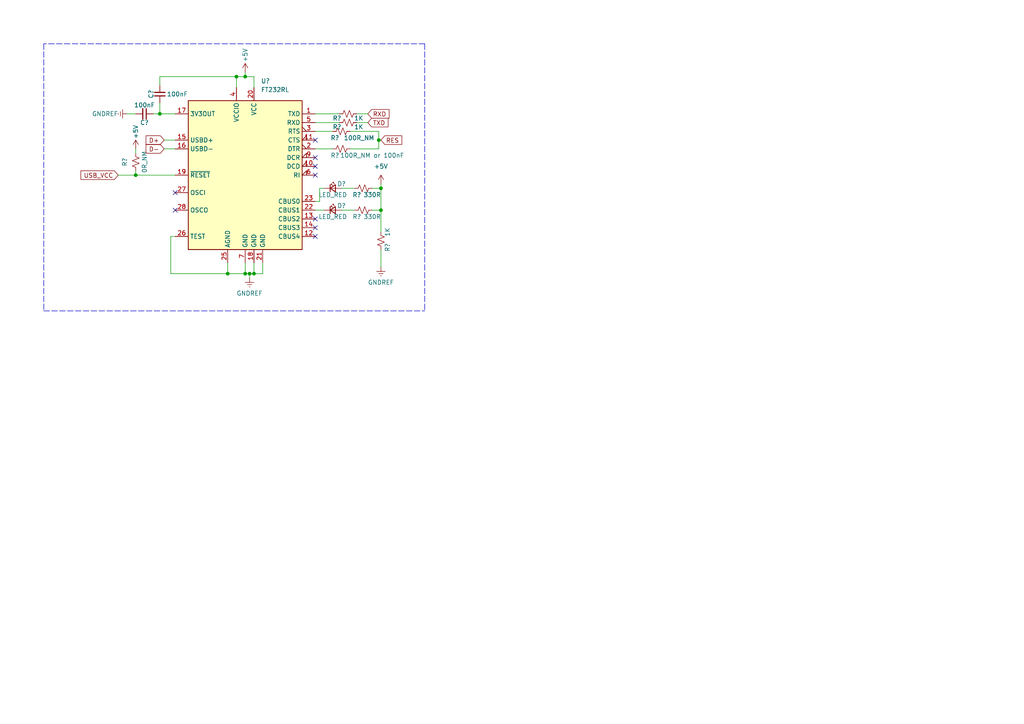
<source format=kicad_sch>
(kicad_sch (version 20211123) (generator eeschema)
  (paper "A4")
  (lib_symbols
    (symbol "Device:C_Small" (pin_numbers hide) (pin_names (offset 0.254) hide)
      (property "Reference" "C" (at 0.254 1.778 0))
      (property "Value" "C_Small" (at 0.254 -2.032 0))
      (symbol "C_Small_0_1"
        (polyline (pts (xy -1.524 -0.508) (xy 1.524 -0.508)) (stroke (width 0.3302)))
        (polyline (pts (xy -1.524 0.508) (xy 1.524 0.508)) (stroke (width 0.3048)))
      )
      (symbol "C_Small_1_1"
        (pin passive line (at 0 2.54 270) (length 2.032) (name "~") (number "1"))
        (pin passive line (at 0 -2.54 90) (length 2.032) (name "~") (number "2"))
      )
    )
    (symbol "Device:LED_Small" (pin_numbers hide) (pin_names (offset 0.254) hide)
      (property "Reference" "D" (at -1.27 3.175 0))
      (property "Value" "LED_Small" (at -4.445 -2.54 0))
      (symbol "LED_Small_0_1"
        (polyline (pts (xy -0.762 -1.016) (xy -0.762 1.016)) (stroke (width 0.254)))
        (polyline (pts (xy 1.016 0) (xy -0.762 0)))
        (polyline (pts (xy 0.762 -1.016) (xy -0.762 0) (xy 0.762 1.016) (xy 0.762 -1.016)) (stroke (width 0.254)))
        (polyline (pts (xy 0 0.762) (xy -0.508 1.27) (xy -0.254 1.27) (xy -0.508 1.27) (xy -0.508 1.016)))
        (polyline (pts (xy 0.508 1.27) (xy 0 1.778) (xy 0.254 1.778) (xy 0 1.778) (xy 0 1.524)))
      )
      (symbol "LED_Small_1_1"
        (pin passive line (at -2.54 0 0) (length 1.778) (name "K") (number "1"))
        (pin passive line (at 2.54 0 180) (length 1.778) (name "A") (number "2"))
      )
    )
    (symbol "Device:R_Small_US" (pin_numbers hide) (pin_names (offset 0.254) hide)
      (property "Reference" "R" (at 0.762 0.508 0))
      (property "Value" "R_Small_US" (at 0.762 -1.016 0))
      (symbol "R_Small_US_1_1"
        (polyline (pts (xy 0 0) (xy 1.016 -0.381) (xy 0 -0.762) (xy -1.016 -1.143) (xy 0 -1.524)))
        (polyline (pts (xy 0 1.524) (xy 1.016 1.143) (xy 0 0.762) (xy -1.016 0.381) (xy 0 0)))
        (pin passive line (at 0 2.54 270) (length 1.016) (name "~") (number "1"))
        (pin passive line (at 0 -2.54 90) (length 1.016) (name "~") (number "2"))
      )
    )
    (symbol "Interface_USB:FT232RL"
      (property "Reference" "U" (at -16.51 22.86 0))
      (property "Value" "FT232RL" (at 10.16 22.86 0))
      (symbol "FT232RL_0_1"
        (rectangle (start -16.51 21.59) (end 16.51 -21.59) (stroke (width 0.254)) (fill (type background)))
      )
      (symbol "FT232RL_1_1"
        (pin output line (at 20.32 17.78 180) (length 3.81) (name "TXD") (number "1"))
        (pin input input_low (at 20.32 2.54 180) (length 3.81) (name "DCD") (number "10"))
        (pin input input_low (at 20.32 10.16 180) (length 3.81) (name "CTS") (number "11"))
        (pin bidirectional line (at 20.32 -17.78 180) (length 3.81) (name "CBUS4") (number "12"))
        (pin bidirectional line (at 20.32 -12.7 180) (length 3.81) (name "CBUS2") (number "13"))
        (pin bidirectional line (at 20.32 -15.24 180) (length 3.81) (name "CBUS3") (number "14"))
        (pin bidirectional line (at -20.32 10.16 0) (length 3.81) (name "USBD+") (number "15"))
        (pin bidirectional line (at -20.32 7.62 0) (length 3.81) (name "USBD-") (number "16"))
        (pin power_out line (at -20.32 17.78 0) (length 3.81) (name "3V3OUT") (number "17"))
        (pin power_in line (at 2.54 -25.4 90) (length 3.81) (name "GND") (number "18"))
        (pin input line (at -20.32 0 0) (length 3.81) (name "~{RESET}") (number "19"))
        (pin output output_low (at 20.32 7.62 180) (length 3.81) (name "DTR") (number "2"))
        (pin power_in line (at 2.54 25.4 270) (length 3.81) (name "VCC") (number "20"))
        (pin power_in line (at 5.08 -25.4 90) (length 3.81) (name "GND") (number "21"))
        (pin bidirectional line (at 20.32 -10.16 180) (length 3.81) (name "CBUS1") (number "22"))
        (pin bidirectional line (at 20.32 -7.62 180) (length 3.81) (name "CBUS0") (number "23"))
        (pin power_in line (at -5.08 -25.4 90) (length 3.81) (name "AGND") (number "25"))
        (pin input line (at -20.32 -17.78 0) (length 3.81) (name "TEST") (number "26"))
        (pin input line (at -20.32 -5.08 0) (length 3.81) (name "OSCI") (number "27"))
        (pin output line (at -20.32 -10.16 0) (length 3.81) (name "OSCO") (number "28"))
        (pin output output_low (at 20.32 12.7 180) (length 3.81) (name "RTS") (number "3"))
        (pin power_in line (at -2.54 25.4 270) (length 3.81) (name "VCCIO") (number "4"))
        (pin input line (at 20.32 15.24 180) (length 3.81) (name "RXD") (number "5"))
        (pin input input_low (at 20.32 0 180) (length 3.81) (name "RI") (number "6"))
        (pin power_in line (at 0 -25.4 90) (length 3.81) (name "GND") (number "7"))
        (pin input input_low (at 20.32 5.08 180) (length 3.81) (name "DCR") (number "9"))
      )
    )
    (symbol "power:+5V" (power) (pin_names (offset 0))
      (property "Value" "+5V" (at 0 3.556 0))
      (symbol "+5V_0_1"
        (polyline (pts (xy -0.762 1.27) (xy 0 2.54)))
        (polyline (pts (xy 0 0) (xy 0 2.54)))
        (polyline (pts (xy 0 2.54) (xy 0.762 1.27)))
      )
      (symbol "+5V_1_1"
        (pin power_in line (at 0 0 90) (length 0) hide (name "+5V") (number "1"))
      )
    )
    (symbol "power:GNDREF" (power) (pin_names (offset 0))
      (property "Value" "GNDREF" (at 0 -3.81 0))
      (symbol "GNDREF_0_1"
        (polyline (pts (xy -0.635 -1.905) (xy 0.635 -1.905)))
        (polyline (pts (xy -0.127 -2.54) (xy 0.127 -2.54)))
        (polyline (pts (xy 0 -1.27) (xy 0 0)))
        (polyline (pts (xy 1.27 -1.27) (xy -1.27 -1.27)))
      )
      (symbol "GNDREF_1_1"
        (pin power_in line (at 0 0 270) (length 0) hide (name "GNDREF") (number "1"))
      )
    )
  )
  (junction (at 66.04 79.375))
  (junction (at 46.355 33.02))
  (junction (at 110.49 54.61))
  (junction (at 71.12 79.375))
  (junction (at 73.66 79.375))
  (junction (at 72.39 79.375))
  (junction (at 39.37 50.8))
  (junction (at 71.12 22.225))
  (junction (at 110.49 60.96))
  (junction (at 109.855 40.64))
  (junction (at 68.58 22.225))
  (no_connect (at 91.44 45.72))
  (no_connect (at 91.44 48.26))
  (no_connect (at 91.44 68.58))
  (no_connect (at 50.8 55.88))
  (no_connect (at 50.8 60.96))
  (no_connect (at 91.44 63.5))
  (no_connect (at 91.44 40.64))
  (no_connect (at 91.44 50.8))
  (no_connect (at 91.44 66.04))
  (wire (pts (xy 47.625 43.18) (xy 50.8 43.18)))
  (wire (pts (xy 68.58 22.225) (xy 68.58 25.4)))
  (wire (pts (xy 71.12 76.2) (xy 71.12 79.375)))
  (wire (pts (xy 101.6 38.1) (xy 109.855 38.1)))
  (wire (pts (xy 110.49 54.61) (xy 107.95 54.61)))
  (wire (pts (xy 49.53 68.58) (xy 49.53 79.375)))
  (wire (pts (xy 110.49 54.61) (xy 110.49 60.96)))
  (wire (pts (xy 44.45 33.02) (xy 46.355 33.02)))
  (wire (pts (xy 109.855 43.18) (xy 101.6 43.18)))
  (wire (pts (xy 47.625 40.64) (xy 50.8 40.64)))
  (wire (pts (xy 103.505 33.02) (xy 106.68 33.02)))
  (wire (pts (xy 110.49 60.96) (xy 110.49 67.31)))
  (wire (pts (xy 34.29 50.8) (xy 39.37 50.8)))
  (wire (pts (xy 103.505 35.56) (xy 106.68 35.56)))
  (wire (pts (xy 46.355 22.225) (xy 46.355 24.765)))
  (wire (pts (xy 91.44 38.1) (xy 96.52 38.1)))
  (wire (pts (xy 91.44 33.02) (xy 98.425 33.02)))
  (wire (pts (xy 99.06 54.61) (xy 102.87 54.61)))
  (wire (pts (xy 71.12 22.225) (xy 68.58 22.225)))
  (wire (pts (xy 110.49 53.34) (xy 110.49 54.61)))
  (wire (pts (xy 71.12 22.225) (xy 73.66 22.225)))
  (wire (pts (xy 66.04 79.375) (xy 66.04 76.2)))
  (wire (pts (xy 68.58 22.225) (xy 46.355 22.225)))
  (wire (pts (xy 73.66 79.375) (xy 76.2 79.375)))
  (wire (pts (xy 93.98 54.61) (xy 92.71 54.61)))
  (wire (pts (xy 109.855 38.1) (xy 109.855 40.64)))
  (wire (pts (xy 39.37 43.18) (xy 39.37 44.45)))
  (wire (pts (xy 73.66 76.2) (xy 73.66 79.375)))
  (wire (pts (xy 76.2 79.375) (xy 76.2 76.2)))
  (wire (pts (xy 91.44 35.56) (xy 98.425 35.56)))
  (wire (pts (xy 73.66 22.225) (xy 73.66 25.4)))
  (wire (pts (xy 109.855 40.64) (xy 110.49 40.64)))
  (polyline (pts (xy 12.7 12.7) (xy 12.7 90.17)))
  (wire (pts (xy 109.855 40.64) (xy 109.855 43.18)))
  (wire (pts (xy 91.44 43.18) (xy 96.52 43.18)))
  (polyline (pts (xy 123.19 12.7) (xy 123.19 90.17)))
  (wire (pts (xy 50.8 68.58) (xy 49.53 68.58)))
  (wire (pts (xy 46.355 33.02) (xy 50.8 33.02)))
  (wire (pts (xy 49.53 79.375) (xy 66.04 79.375)))
  (wire (pts (xy 39.37 50.8) (xy 50.8 50.8)))
  (wire (pts (xy 46.355 29.845) (xy 46.355 33.02)))
  (wire (pts (xy 92.71 54.61) (xy 92.71 58.42)))
  (wire (pts (xy 71.12 79.375) (xy 66.04 79.375)))
  (wire (pts (xy 91.44 60.96) (xy 93.98 60.96)))
  (wire (pts (xy 91.44 58.42) (xy 92.71 58.42)))
  (wire (pts (xy 36.83 33.02) (xy 39.37 33.02)))
  (wire (pts (xy 39.37 49.53) (xy 39.37 50.8)))
  (wire (pts (xy 72.39 79.375) (xy 71.12 79.375)))
  (wire (pts (xy 110.49 72.39) (xy 110.49 77.47)))
  (polyline (pts (xy 12.7 90.17) (xy 123.19 90.17)))
  (wire (pts (xy 99.06 60.96) (xy 102.87 60.96)))
  (wire (pts (xy 72.39 80.645) (xy 72.39 79.375)))
  (wire (pts (xy 71.12 20.955) (xy 71.12 22.225)))
  (polyline (pts (xy 123.19 12.7) (xy 12.7 12.7)))
  (wire (pts (xy 72.39 79.375) (xy 73.66 79.375)))
  (wire (pts (xy 110.49 60.96) (xy 107.95 60.96)))
  (global_label "D-" (shape input) (at 47.625 43.18 180) (property "Intersheet References" "${INTERSHEET_REFS}" (effects hide)))
  (global_label "TXD" (shape input) (at 106.68 35.56 0) (property "Intersheet References" "${INTERSHEET_REFS}" (effects hide)))
  (global_label "D+" (shape input) (at 47.625 40.64 180) (property "Intersheet References" "${INTERSHEET_REFS}" (effects hide)))
  (global_label "USB_VCC" (shape input) (at 34.29 50.8 180) (property "Intersheet References" "${INTERSHEET_REFS}" (effects hide)))
  (global_label "RES" (shape input) (at 110.49 40.64 0) (property "Intersheet References" "${INTERSHEET_REFS}" (effects hide)))
  (global_label "RXD" (shape input) (at 106.68 33.02 0) (property "Intersheet References" "${INTERSHEET_REFS}" (effects hide)))
  (symbol (lib_id "Device:R_Small_US") (at 105.41 60.96 90) (unit 1)
    (property "Reference" "R?" (at 103.505 62.865 90))
    (property "Value" "330R" (at 107.95 62.865 90))
    (property "Footprint" "Resistor_SMD:R_0805_2012Metric" (effects hide))
  )
  (symbol (lib_id "power:+5V") (at 110.49 53.34 0) (unit 1)
    (property "Reference" "#PWR?" (effects hide))
    (property "Value" "+5V" (at 110.49 48.26 0))
  )
  (symbol (lib_id "power:+5V") (at 71.12 20.955 0) (unit 1)
    (property "Reference" "#PWR?" (effects hide))
    (property "Value" "+5V" (at 71.12 13.97 90) (effects (justify right)))
  )
  (symbol (lib_id "Device:LED_Small") (at 96.52 60.96 0) (unit 1)
    (property "Reference" "D?" (at 99.06 59.69 0))
    (property "Value" "LED_RED" (at 96.52 62.865 0))
    (property "Footprint" "LED_SMD:LED_0805_2012Metric" (effects hide))
  )
  (symbol (lib_id "Device:LED_Small") (at 96.52 54.61 0) (unit 1)
    (property "Reference" "D?" (at 99.06 53.34 0))
    (property "Value" "LED_RED" (at 96.52 56.515 0))
    (property "Footprint" "LED_SMD:LED_0805_2012Metric" (effects hide))
  )
  (symbol (lib_id "Device:R_Small_US") (at 99.06 38.1 90) (unit 1)
    (property "Reference" "R?" (at 97.155 40.005 90))
    (property "Value" "100R_NM" (at 104.14 40.005 90))
    (property "Footprint" "Resistor_SMD:R_0805_2012Metric" (effects hide))
  )
  (symbol (lib_id "power:GNDREF") (at 72.39 80.645 0) (unit 1)
    (property "Reference" "#PWR?" (effects hide))
    (property "Value" "GNDREF" (at 72.39 85.09 0))
  )
  (symbol (lib_id "Device:R_Small_US") (at 100.965 33.02 90) (unit 1)
    (property "Reference" "R?" (at 99.06 34.29 90) (effects (justify left)))
    (property "Value" "1K" (at 105.41 34.29 90) (effects (justify left)))
    (property "Footprint" "Resistor_SMD:R_0805_2012Metric" (effects hide))
  )
  (symbol (lib_id "Device:R_Small_US") (at 105.41 54.61 90) (unit 1)
    (property "Reference" "R?" (at 103.505 56.515 90))
    (property "Value" "330R" (at 107.95 56.515 90))
    (property "Footprint" "Resistor_SMD:R_0805_2012Metric" (effects hide))
  )
  (symbol (lib_id "power:+5V") (at 39.37 43.18 0) (unit 1)
    (property "Reference" "#PWR?" (effects hide))
    (property "Value" "+5V" (at 39.37 36.195 90) (effects (justify right)))
  )
  (symbol (lib_id "Device:R_Small_US") (at 99.06 43.18 90) (unit 1)
    (property "Reference" "R?" (at 97.155 45.085 90))
    (property "Value" "100R_NM or 100nF" (at 107.95 45.085 90))
    (property "Footprint" "Resistor_SMD:R_0805_2012Metric" (effects hide))
  )
  (symbol (lib_id "Device:C_Small") (at 41.91 33.02 270) (unit 1)
    (property "Reference" "C?" (at 41.91 35.56 90))
    (property "Value" "100nF" (at 41.91 30.48 90))
    (property "Footprint" "Capacitor_SMD:C_0805_2012Metric" (effects hide))
  )
  (symbol (lib_id "Device:C_Small") (at 46.355 27.305 180) (unit 1)
    (property "Reference" "C?" (at 43.815 27.305 90))
    (property "Value" "100nF" (at 51.435 27.305 0))
    (property "Footprint" "Capacitor_SMD:C_0805_2012Metric" (effects hide))
  )
  (symbol (lib_id "Interface_USB:FT232RL") (at 71.12 50.8 0) (unit 1)
    (property "Reference" "U?" (at 75.6794 23.495 0) (effects (justify left)))
    (property "Value" "FT232RL" (at 75.6794 26.035 0) (effects (justify left)))
    (property "Footprint" "Package_SO:SSOP-28_5.3x10.2mm_P0.65mm" (effects hide))
    (property "Datasheet" "https://www.ftdichip.com/Support/Documents/DataSheets/ICs/DS_FT232R.pdf" (effects hide))
  )
  (symbol (lib_id "Device:R_Small_US") (at 100.965 35.56 90) (unit 1)
    (property "Reference" "R?" (at 99.06 36.83 90) (effects (justify left)))
    (property "Value" "1K" (at 105.41 36.83 90) (effects (justify left)))
    (property "Footprint" "Resistor_SMD:R_0805_2012Metric" (effects hide))
  )
  (symbol (lib_id "power:GNDREF") (at 110.49 77.47 0) (unit 1)
    (property "Reference" "#PWR?" (effects hide))
    (property "Value" "GNDREF" (at 110.49 81.915 0))
  )
  (symbol (lib_id "Device:R_Small_US") (at 110.49 69.85 180) (unit 1)
    (property "Reference" "R?" (at 112.395 71.755 90))
    (property "Value" "1K" (at 112.395 67.31 90))
    (property "Footprint" "Resistor_SMD:R_0805_2012Metric" (effects hide))
  )
  (symbol (lib_id "power:GNDREF") (at 36.83 33.02 270) (unit 1)
    (property "Reference" "#PWR?" (effects hide))
    (property "Value" "GNDREF" (at 26.67 33.02 90) (effects (justify left)))
  )
  (symbol (lib_id "Device:R_Small_US") (at 39.37 46.99 180) (unit 1)
    (property "Reference" "R?" (at 36.195 46.99 90))
    (property "Value" "0R_NM" (at 41.91 46.99 90))
    (property "Footprint" "Resistor_SMD:R_0805_2012Metric" (effects hide))
  )
)
</source>
